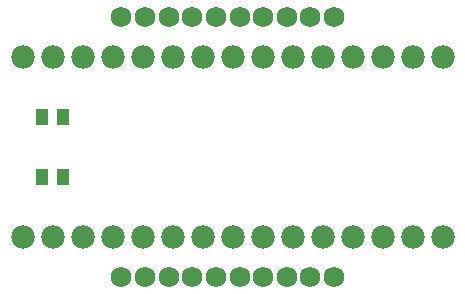
<source format=gts>
G75*
%MOIN*%
%OFA0B0*%
%FSLAX25Y25*%
%IPPOS*%
%LPD*%
%AMOC8*
5,1,8,0,0,1.08239X$1,22.5*
%
%ADD10C,0.07800*%
%ADD11C,0.06800*%
%ADD12R,0.03950X0.05524*%
D10*
X0011500Y0026500D03*
X0021500Y0026500D03*
X0031500Y0026500D03*
X0041500Y0026500D03*
X0051500Y0026500D03*
X0061500Y0026500D03*
X0071500Y0026500D03*
X0081500Y0026500D03*
X0091500Y0026500D03*
X0101500Y0026500D03*
X0111500Y0026500D03*
X0121500Y0026500D03*
X0131500Y0026500D03*
X0141500Y0026500D03*
X0151500Y0026500D03*
X0151500Y0086500D03*
X0141500Y0086500D03*
X0131500Y0086500D03*
X0121500Y0086500D03*
X0111500Y0086500D03*
X0101500Y0086500D03*
X0091500Y0086500D03*
X0081500Y0086500D03*
X0071500Y0086500D03*
X0061500Y0086500D03*
X0051500Y0086500D03*
X0041500Y0086500D03*
X0031500Y0086500D03*
X0021500Y0086500D03*
X0011500Y0086500D03*
D11*
X0044374Y0099807D03*
X0052248Y0099807D03*
X0060122Y0099807D03*
X0067996Y0099807D03*
X0075870Y0099807D03*
X0083744Y0099807D03*
X0091618Y0099807D03*
X0099492Y0099807D03*
X0107366Y0099807D03*
X0115240Y0099807D03*
X0115240Y0013193D03*
X0107366Y0013193D03*
X0099492Y0013193D03*
X0091618Y0013193D03*
X0083744Y0013193D03*
X0075870Y0013193D03*
X0067996Y0013193D03*
X0060122Y0013193D03*
X0052248Y0013193D03*
X0044374Y0013193D03*
D12*
X0025043Y0046500D03*
X0017957Y0046500D03*
X0017957Y0066500D03*
X0025043Y0066500D03*
M02*

</source>
